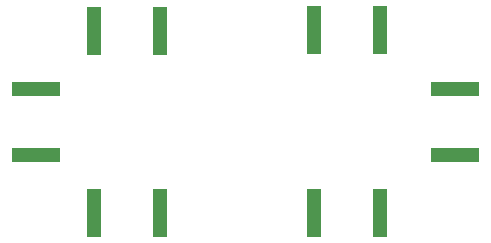
<source format=gbp>
G04*
G04 #@! TF.GenerationSoftware,Altium Limited,Altium Designer,24.4.1 (13)*
G04*
G04 Layer_Color=128*
%FSLAX25Y25*%
%MOIN*%
G70*
G04*
G04 #@! TF.SameCoordinates,8AE4C5FD-FAF6-43D2-9A58-D59D8264A591*
G04*
G04*
G04 #@! TF.FilePolarity,Positive*
G04*
G01*
G75*
%ADD11R,0.16142X0.04921*%
%ADD13R,0.04921X0.16142*%
D11*
X9055Y50295D02*
D03*
Y28445D02*
D03*
X148721D02*
D03*
Y50295D02*
D03*
D13*
X28445Y9055D02*
D03*
X50295D02*
D03*
Y69685D02*
D03*
X28445D02*
D03*
X123721Y70079D02*
D03*
X101870D02*
D03*
X101870Y9055D02*
D03*
X123720D02*
D03*
M02*

</source>
